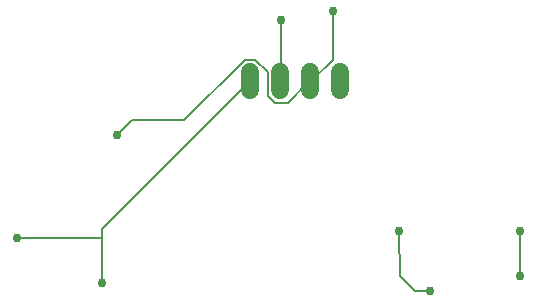
<source format=gbr>
G04 EAGLE Gerber RS-274X export*
G75*
%MOMM*%
%FSLAX34Y34*%
%LPD*%
%INBottom Copper*%
%IPPOS*%
%AMOC8*
5,1,8,0,0,1.08239X$1,22.5*%
G01*
%ADD10C,1.524000*%
%ADD11C,0.152400*%
%ADD12C,0.756400*%


D10*
X495300Y411480D02*
X495300Y426720D01*
X520700Y426720D02*
X520700Y411480D01*
X546100Y411480D02*
X546100Y426720D01*
X571500Y426720D02*
X571500Y411480D01*
D11*
X521208Y419100D02*
X521208Y470916D01*
X521208Y419100D02*
X520700Y419100D01*
D12*
X521208Y470916D03*
D11*
X490728Y437388D02*
X439420Y386080D01*
X395224Y386080D01*
X382524Y373380D01*
X490728Y437388D02*
X499872Y437388D01*
X510540Y426720D01*
X510540Y406908D01*
X516636Y400812D01*
X527304Y400812D01*
X545592Y419100D01*
X546100Y419100D01*
X565404Y437388D02*
X565404Y478536D01*
X565404Y437388D02*
X547116Y419100D01*
X546100Y419100D01*
D12*
X382524Y373380D03*
X565404Y478536D03*
D11*
X370332Y294132D02*
X370332Y286004D01*
X370332Y248412D01*
X370332Y294132D02*
X495300Y419100D01*
X370332Y286004D02*
X298196Y286004D01*
D12*
X370332Y248412D03*
X298196Y286004D03*
X621792Y292608D03*
X647700Y241300D03*
X723900Y292100D03*
D11*
X723900Y254000D01*
D12*
X723900Y254000D03*
D11*
X622300Y292100D02*
X622298Y292144D01*
X622292Y292188D01*
X622283Y292231D01*
X622269Y292274D01*
X622252Y292315D01*
X622232Y292354D01*
X622208Y292391D01*
X622181Y292427D01*
X622151Y292459D01*
X622119Y292489D01*
X622083Y292516D01*
X622046Y292540D01*
X622007Y292560D01*
X621966Y292577D01*
X621923Y292591D01*
X621880Y292600D01*
X621836Y292606D01*
X621792Y292608D01*
X622300Y292100D01*
X621792Y292608D02*
X622300Y254000D01*
X635000Y241300D01*
X647700Y241300D01*
M02*

</source>
